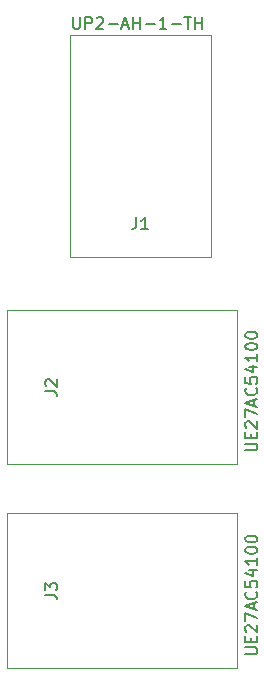
<source format=gbr>
G04 #@! TF.GenerationSoftware,KiCad,Pcbnew,(5.0.0)*
G04 #@! TF.CreationDate,2018-10-08T17:29:22-04:00*
G04 #@! TF.ProjectId,m3_usb_split,6D335F7573625F73706C69742E6B6963,0*
G04 #@! TF.SameCoordinates,Original*
G04 #@! TF.FileFunction,Other,Fab,Top*
%FSLAX46Y46*%
G04 Gerber Fmt 4.6, Leading zero omitted, Abs format (unit mm)*
G04 Created by KiCad (PCBNEW (5.0.0)) date 10/08/18 17:29:22*
%MOMM*%
%LPD*%
G01*
G04 APERTURE LIST*
%ADD10C,0.100000*%
%ADD11C,0.150000*%
G04 APERTURE END LIST*
D10*
G04 #@! TO.C,J3*
X107690000Y-138050000D02*
X107690000Y-124950000D01*
X107690000Y-124950000D02*
X127160000Y-124950000D01*
X107690000Y-138050000D02*
X127160000Y-138050000D01*
X127160000Y-138050000D02*
X127160000Y-124950000D01*
G04 #@! TO.C,J1*
X125000000Y-103250000D02*
X113000000Y-103250000D01*
X125000000Y-84450000D02*
X113000000Y-84450000D01*
X113000000Y-103250000D02*
X113000000Y-84450000D01*
X125000000Y-103250000D02*
X125000000Y-84450000D01*
G04 #@! TO.C,J2*
X127160000Y-120800000D02*
X127160000Y-107700000D01*
X107690000Y-120800000D02*
X127160000Y-120800000D01*
X107690000Y-107700000D02*
X127160000Y-107700000D01*
X107690000Y-120800000D02*
X107690000Y-107700000D01*
G04 #@! TD*
G04 #@! TO.C,J3*
D11*
X127877380Y-136875000D02*
X128686904Y-136875000D01*
X128782142Y-136827380D01*
X128829761Y-136779761D01*
X128877380Y-136684523D01*
X128877380Y-136494047D01*
X128829761Y-136398809D01*
X128782142Y-136351190D01*
X128686904Y-136303571D01*
X127877380Y-136303571D01*
X128353571Y-135827380D02*
X128353571Y-135494047D01*
X128877380Y-135351190D02*
X128877380Y-135827380D01*
X127877380Y-135827380D01*
X127877380Y-135351190D01*
X127972619Y-134970238D02*
X127925000Y-134922619D01*
X127877380Y-134827380D01*
X127877380Y-134589285D01*
X127925000Y-134494047D01*
X127972619Y-134446428D01*
X128067857Y-134398809D01*
X128163095Y-134398809D01*
X128305952Y-134446428D01*
X128877380Y-135017857D01*
X128877380Y-134398809D01*
X127877380Y-134065476D02*
X127877380Y-133398809D01*
X128877380Y-133827380D01*
X128591666Y-133065476D02*
X128591666Y-132589285D01*
X128877380Y-133160714D02*
X127877380Y-132827380D01*
X128877380Y-132494047D01*
X128782142Y-131589285D02*
X128829761Y-131636904D01*
X128877380Y-131779761D01*
X128877380Y-131875000D01*
X128829761Y-132017857D01*
X128734523Y-132113095D01*
X128639285Y-132160714D01*
X128448809Y-132208333D01*
X128305952Y-132208333D01*
X128115476Y-132160714D01*
X128020238Y-132113095D01*
X127925000Y-132017857D01*
X127877380Y-131875000D01*
X127877380Y-131779761D01*
X127925000Y-131636904D01*
X127972619Y-131589285D01*
X127877380Y-130684523D02*
X127877380Y-131160714D01*
X128353571Y-131208333D01*
X128305952Y-131160714D01*
X128258333Y-131065476D01*
X128258333Y-130827380D01*
X128305952Y-130732142D01*
X128353571Y-130684523D01*
X128448809Y-130636904D01*
X128686904Y-130636904D01*
X128782142Y-130684523D01*
X128829761Y-130732142D01*
X128877380Y-130827380D01*
X128877380Y-131065476D01*
X128829761Y-131160714D01*
X128782142Y-131208333D01*
X128210714Y-129779761D02*
X128877380Y-129779761D01*
X127829761Y-130017857D02*
X128544047Y-130255952D01*
X128544047Y-129636904D01*
X128877380Y-128732142D02*
X128877380Y-129303571D01*
X128877380Y-129017857D02*
X127877380Y-129017857D01*
X128020238Y-129113095D01*
X128115476Y-129208333D01*
X128163095Y-129303571D01*
X127877380Y-128113095D02*
X127877380Y-128017857D01*
X127925000Y-127922619D01*
X127972619Y-127875000D01*
X128067857Y-127827380D01*
X128258333Y-127779761D01*
X128496428Y-127779761D01*
X128686904Y-127827380D01*
X128782142Y-127875000D01*
X128829761Y-127922619D01*
X128877380Y-128017857D01*
X128877380Y-128113095D01*
X128829761Y-128208333D01*
X128782142Y-128255952D01*
X128686904Y-128303571D01*
X128496428Y-128351190D01*
X128258333Y-128351190D01*
X128067857Y-128303571D01*
X127972619Y-128255952D01*
X127925000Y-128208333D01*
X127877380Y-128113095D01*
X127877380Y-127160714D02*
X127877380Y-127065476D01*
X127925000Y-126970238D01*
X127972619Y-126922619D01*
X128067857Y-126875000D01*
X128258333Y-126827380D01*
X128496428Y-126827380D01*
X128686904Y-126875000D01*
X128782142Y-126922619D01*
X128829761Y-126970238D01*
X128877380Y-127065476D01*
X128877380Y-127160714D01*
X128829761Y-127255952D01*
X128782142Y-127303571D01*
X128686904Y-127351190D01*
X128496428Y-127398809D01*
X128258333Y-127398809D01*
X128067857Y-127351190D01*
X127972619Y-127303571D01*
X127925000Y-127255952D01*
X127877380Y-127160714D01*
X110927380Y-131858333D02*
X111641666Y-131858333D01*
X111784523Y-131905952D01*
X111879761Y-132001190D01*
X111927380Y-132144047D01*
X111927380Y-132239285D01*
X110927380Y-131477380D02*
X110927380Y-130858333D01*
X111308333Y-131191666D01*
X111308333Y-131048809D01*
X111355952Y-130953571D01*
X111403571Y-130905952D01*
X111498809Y-130858333D01*
X111736904Y-130858333D01*
X111832142Y-130905952D01*
X111879761Y-130953571D01*
X111927380Y-131048809D01*
X111927380Y-131334523D01*
X111879761Y-131429761D01*
X111832142Y-131477380D01*
G04 #@! TO.C,J1*
X113297619Y-82927380D02*
X113297619Y-83736904D01*
X113345238Y-83832142D01*
X113392857Y-83879761D01*
X113488095Y-83927380D01*
X113678571Y-83927380D01*
X113773809Y-83879761D01*
X113821428Y-83832142D01*
X113869047Y-83736904D01*
X113869047Y-82927380D01*
X114345238Y-83927380D02*
X114345238Y-82927380D01*
X114726190Y-82927380D01*
X114821428Y-82975000D01*
X114869047Y-83022619D01*
X114916666Y-83117857D01*
X114916666Y-83260714D01*
X114869047Y-83355952D01*
X114821428Y-83403571D01*
X114726190Y-83451190D01*
X114345238Y-83451190D01*
X115297619Y-83022619D02*
X115345238Y-82975000D01*
X115440476Y-82927380D01*
X115678571Y-82927380D01*
X115773809Y-82975000D01*
X115821428Y-83022619D01*
X115869047Y-83117857D01*
X115869047Y-83213095D01*
X115821428Y-83355952D01*
X115250000Y-83927380D01*
X115869047Y-83927380D01*
X116297619Y-83546428D02*
X117059523Y-83546428D01*
X117488095Y-83641666D02*
X117964285Y-83641666D01*
X117392857Y-83927380D02*
X117726190Y-82927380D01*
X118059523Y-83927380D01*
X118392857Y-83927380D02*
X118392857Y-82927380D01*
X118392857Y-83403571D02*
X118964285Y-83403571D01*
X118964285Y-83927380D02*
X118964285Y-82927380D01*
X119440476Y-83546428D02*
X120202380Y-83546428D01*
X121202380Y-83927380D02*
X120630952Y-83927380D01*
X120916666Y-83927380D02*
X120916666Y-82927380D01*
X120821428Y-83070238D01*
X120726190Y-83165476D01*
X120630952Y-83213095D01*
X121630952Y-83546428D02*
X122392857Y-83546428D01*
X122726190Y-82927380D02*
X123297619Y-82927380D01*
X123011904Y-83927380D02*
X123011904Y-82927380D01*
X123630952Y-83927380D02*
X123630952Y-82927380D01*
X123630952Y-83403571D02*
X124202380Y-83403571D01*
X124202380Y-83927380D02*
X124202380Y-82927380D01*
X118641666Y-99877380D02*
X118641666Y-100591666D01*
X118594047Y-100734523D01*
X118498809Y-100829761D01*
X118355952Y-100877380D01*
X118260714Y-100877380D01*
X119641666Y-100877380D02*
X119070238Y-100877380D01*
X119355952Y-100877380D02*
X119355952Y-99877380D01*
X119260714Y-100020238D01*
X119165476Y-100115476D01*
X119070238Y-100163095D01*
G04 #@! TO.C,J2*
X127877380Y-119625000D02*
X128686904Y-119625000D01*
X128782142Y-119577380D01*
X128829761Y-119529761D01*
X128877380Y-119434523D01*
X128877380Y-119244047D01*
X128829761Y-119148809D01*
X128782142Y-119101190D01*
X128686904Y-119053571D01*
X127877380Y-119053571D01*
X128353571Y-118577380D02*
X128353571Y-118244047D01*
X128877380Y-118101190D02*
X128877380Y-118577380D01*
X127877380Y-118577380D01*
X127877380Y-118101190D01*
X127972619Y-117720238D02*
X127925000Y-117672619D01*
X127877380Y-117577380D01*
X127877380Y-117339285D01*
X127925000Y-117244047D01*
X127972619Y-117196428D01*
X128067857Y-117148809D01*
X128163095Y-117148809D01*
X128305952Y-117196428D01*
X128877380Y-117767857D01*
X128877380Y-117148809D01*
X127877380Y-116815476D02*
X127877380Y-116148809D01*
X128877380Y-116577380D01*
X128591666Y-115815476D02*
X128591666Y-115339285D01*
X128877380Y-115910714D02*
X127877380Y-115577380D01*
X128877380Y-115244047D01*
X128782142Y-114339285D02*
X128829761Y-114386904D01*
X128877380Y-114529761D01*
X128877380Y-114625000D01*
X128829761Y-114767857D01*
X128734523Y-114863095D01*
X128639285Y-114910714D01*
X128448809Y-114958333D01*
X128305952Y-114958333D01*
X128115476Y-114910714D01*
X128020238Y-114863095D01*
X127925000Y-114767857D01*
X127877380Y-114625000D01*
X127877380Y-114529761D01*
X127925000Y-114386904D01*
X127972619Y-114339285D01*
X127877380Y-113434523D02*
X127877380Y-113910714D01*
X128353571Y-113958333D01*
X128305952Y-113910714D01*
X128258333Y-113815476D01*
X128258333Y-113577380D01*
X128305952Y-113482142D01*
X128353571Y-113434523D01*
X128448809Y-113386904D01*
X128686904Y-113386904D01*
X128782142Y-113434523D01*
X128829761Y-113482142D01*
X128877380Y-113577380D01*
X128877380Y-113815476D01*
X128829761Y-113910714D01*
X128782142Y-113958333D01*
X128210714Y-112529761D02*
X128877380Y-112529761D01*
X127829761Y-112767857D02*
X128544047Y-113005952D01*
X128544047Y-112386904D01*
X128877380Y-111482142D02*
X128877380Y-112053571D01*
X128877380Y-111767857D02*
X127877380Y-111767857D01*
X128020238Y-111863095D01*
X128115476Y-111958333D01*
X128163095Y-112053571D01*
X127877380Y-110863095D02*
X127877380Y-110767857D01*
X127925000Y-110672619D01*
X127972619Y-110625000D01*
X128067857Y-110577380D01*
X128258333Y-110529761D01*
X128496428Y-110529761D01*
X128686904Y-110577380D01*
X128782142Y-110625000D01*
X128829761Y-110672619D01*
X128877380Y-110767857D01*
X128877380Y-110863095D01*
X128829761Y-110958333D01*
X128782142Y-111005952D01*
X128686904Y-111053571D01*
X128496428Y-111101190D01*
X128258333Y-111101190D01*
X128067857Y-111053571D01*
X127972619Y-111005952D01*
X127925000Y-110958333D01*
X127877380Y-110863095D01*
X127877380Y-109910714D02*
X127877380Y-109815476D01*
X127925000Y-109720238D01*
X127972619Y-109672619D01*
X128067857Y-109625000D01*
X128258333Y-109577380D01*
X128496428Y-109577380D01*
X128686904Y-109625000D01*
X128782142Y-109672619D01*
X128829761Y-109720238D01*
X128877380Y-109815476D01*
X128877380Y-109910714D01*
X128829761Y-110005952D01*
X128782142Y-110053571D01*
X128686904Y-110101190D01*
X128496428Y-110148809D01*
X128258333Y-110148809D01*
X128067857Y-110101190D01*
X127972619Y-110053571D01*
X127925000Y-110005952D01*
X127877380Y-109910714D01*
X110927380Y-114608333D02*
X111641666Y-114608333D01*
X111784523Y-114655952D01*
X111879761Y-114751190D01*
X111927380Y-114894047D01*
X111927380Y-114989285D01*
X111022619Y-114179761D02*
X110975000Y-114132142D01*
X110927380Y-114036904D01*
X110927380Y-113798809D01*
X110975000Y-113703571D01*
X111022619Y-113655952D01*
X111117857Y-113608333D01*
X111213095Y-113608333D01*
X111355952Y-113655952D01*
X111927380Y-114227380D01*
X111927380Y-113608333D01*
G04 #@! TD*
M02*

</source>
